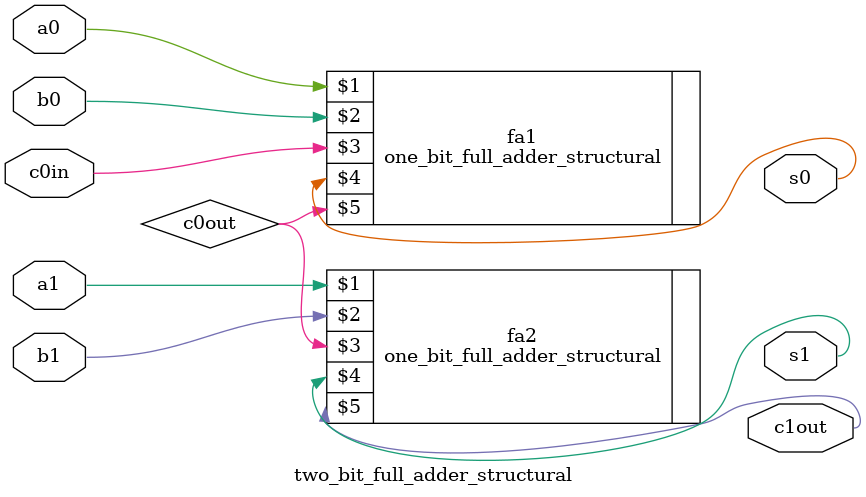
<source format=sv>
`timescale 1ns / 1ps


module two_bit_full_adder_structural( input logic a0, b0, c0in, a1, b1, output logic s0, s1, c1out);
	logic c0out;

	one_bit_full_adder_structural fa1( a0, b0, c0in, s0, c0out);
    one_bit_full_adder_structural fa2( a1, b1, c0out, s1, c1out);


endmodule

</source>
